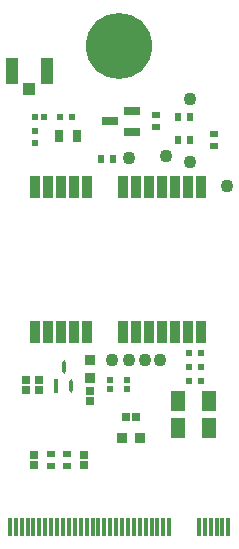
<source format=gts>
G04*
G04 #@! TF.GenerationSoftware,Altium Limited,Altium Designer,24.4.1 (13)*
G04*
G04 Layer_Color=8388736*
%FSLAX44Y44*%
%MOMM*%
G71*
G04*
G04 #@! TF.SameCoordinates,7548388F-C7DE-4074-AD92-A7CCF3990386*
G04*
G04*
G04 #@! TF.FilePolarity,Negative*
G04*
G01*
G75*
%ADD24R,0.5500X0.6000*%
G04:AMPARAMS|DCode=25|XSize=1.164mm|YSize=0.3358mm|CornerRadius=0.1679mm|HoleSize=0mm|Usage=FLASHONLY|Rotation=90.000|XOffset=0mm|YOffset=0mm|HoleType=Round|Shape=RoundedRectangle|*
%AMROUNDEDRECTD25*
21,1,1.1640,0.0000,0,0,90.0*
21,1,0.8281,0.3358,0,0,90.0*
1,1,0.3358,0.0000,0.4141*
1,1,0.3358,0.0000,-0.4141*
1,1,0.3358,0.0000,-0.4141*
1,1,0.3358,0.0000,0.4141*
%
%ADD25ROUNDEDRECTD25*%
%ADD26R,0.3358X1.1640*%
%ADD30R,0.5153X0.4725*%
%ADD33R,1.1546X1.7062*%
%ADD40R,0.9001X1.8983*%
%ADD41R,0.7000X1.0000*%
%ADD42R,0.6500X0.7000*%
%ADD43R,0.9000X0.9000*%
%ADD44R,0.6500X0.6500*%
%ADD45R,0.6500X0.6500*%
%ADD46R,1.0000X1.0500*%
%ADD47R,1.0500X2.2000*%
%ADD48R,0.4500X1.5500*%
%ADD49C,1.1000*%
%ADD50R,1.3700X0.6588*%
%ADD51R,0.6000X0.7000*%
%ADD52R,0.9000X0.9000*%
%ADD53R,0.6000X0.6000*%
%ADD54R,0.6000X0.6000*%
%ADD55R,0.7000X0.6000*%
%ADD56C,5.6000*%
D24*
X102000Y136750D02*
D03*
Y129250D02*
D03*
X117000Y136750D02*
D03*
Y129250D02*
D03*
D25*
X63000Y147701D02*
D03*
X69500Y132299D02*
D03*
D26*
X56500D02*
D03*
D30*
X39214Y360000D02*
D03*
X46786D02*
D03*
D33*
X185758Y96000D02*
D03*
X160242D02*
D03*
X185758Y119000D02*
D03*
X160242D02*
D03*
D40*
X113000Y299998D02*
D03*
X156993D02*
D03*
X167992D02*
D03*
X178990D02*
D03*
X123999D02*
D03*
X134997D02*
D03*
X145995D02*
D03*
X83003D02*
D03*
X50009D02*
D03*
X61007D02*
D03*
X72005D02*
D03*
X39010D02*
D03*
X72005Y178002D02*
D03*
X50009D02*
D03*
X39010D02*
D03*
X83003D02*
D03*
X61007D02*
D03*
X145995D02*
D03*
X134997D02*
D03*
X123999D02*
D03*
X178990D02*
D03*
X167992D02*
D03*
X156993D02*
D03*
X113000D02*
D03*
D41*
X74500Y344000D02*
D03*
X59500D02*
D03*
D42*
X31000Y137250D02*
D03*
Y128750D02*
D03*
X42000Y137250D02*
D03*
Y128750D02*
D03*
X38000Y73250D02*
D03*
Y64750D02*
D03*
X80000Y73250D02*
D03*
Y64750D02*
D03*
D43*
X85384Y138540D02*
D03*
Y153540D02*
D03*
D44*
X85523Y118856D02*
D03*
Y127856D02*
D03*
D45*
X124500Y106000D02*
D03*
X115500D02*
D03*
D46*
X34000Y383750D02*
D03*
D47*
X19250Y399000D02*
D03*
X48750D02*
D03*
D48*
X17500Y12750D02*
D03*
X22500D02*
D03*
X27500D02*
D03*
X32500D02*
D03*
X37500D02*
D03*
X42500D02*
D03*
X47500D02*
D03*
X52500D02*
D03*
X57500D02*
D03*
X62500D02*
D03*
X67500D02*
D03*
X72500D02*
D03*
X77500D02*
D03*
X82500D02*
D03*
X87500D02*
D03*
X92500D02*
D03*
X97500D02*
D03*
X102500D02*
D03*
X107500D02*
D03*
X112500D02*
D03*
X117500D02*
D03*
X122500D02*
D03*
X127500D02*
D03*
X132500D02*
D03*
X137500D02*
D03*
X142500D02*
D03*
X147500D02*
D03*
X152500D02*
D03*
X187500D02*
D03*
X192500D02*
D03*
X197500D02*
D03*
X202500D02*
D03*
X182500D02*
D03*
X177500D02*
D03*
D49*
X132000Y154000D02*
D03*
X170000Y322000D02*
D03*
X118000Y325000D02*
D03*
X150000Y327000D02*
D03*
X170000Y375000D02*
D03*
X201000Y301000D02*
D03*
X104000Y154000D02*
D03*
X118000D02*
D03*
X145000D02*
D03*
D50*
X121304Y346850D02*
D03*
Y365150D02*
D03*
X102000Y356000D02*
D03*
D51*
X170000Y340000D02*
D03*
X160000D02*
D03*
X95000Y324000D02*
D03*
X105000D02*
D03*
X160000Y360000D02*
D03*
X170000D02*
D03*
D52*
X127500Y88000D02*
D03*
X112500D02*
D03*
D53*
X70000Y360000D02*
D03*
X60000D02*
D03*
X179000Y160000D02*
D03*
X169000D02*
D03*
X179000Y148000D02*
D03*
X169000D02*
D03*
X179000Y136000D02*
D03*
X169000D02*
D03*
D54*
X39000Y348000D02*
D03*
Y338000D02*
D03*
D55*
X66000Y64000D02*
D03*
Y74000D02*
D03*
X52000Y64000D02*
D03*
Y74000D02*
D03*
X190000Y335000D02*
D03*
Y345000D02*
D03*
X141000Y361000D02*
D03*
Y351000D02*
D03*
D56*
X110000Y420000D02*
D03*
M02*

</source>
